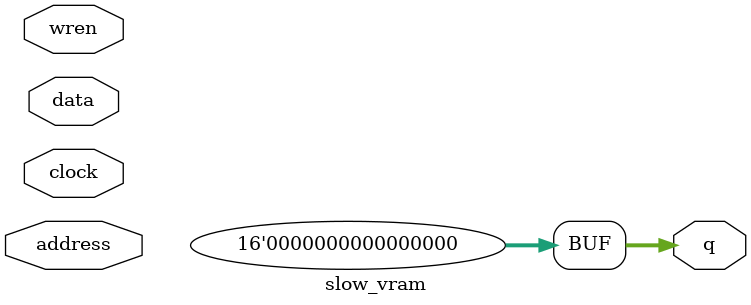
<source format=v>
module slow_vram(	// file.cleaned.mlir:2:3
  input  [14:0] address,	// file.cleaned.mlir:2:27
  input         clock,	// file.cleaned.mlir:2:46
  input  [15:0] data,	// file.cleaned.mlir:2:62
  input         wren,	// file.cleaned.mlir:2:78
  output [15:0] q	// file.cleaned.mlir:2:94
);

  assign q = 16'h0;	// file.cleaned.mlir:3:15, :4:5
endmodule


</source>
